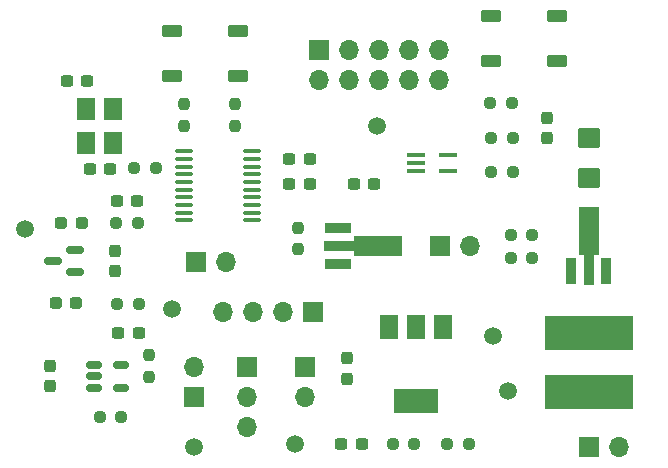
<source format=gts>
G04 #@! TF.GenerationSoftware,KiCad,Pcbnew,6.0.11+dfsg-1*
G04 #@! TF.CreationDate,2024-04-10T09:55:10+02:00*
G04 #@! TF.ProjectId,Nehari_Chauveliere_kicad_TMS,4e656861-7269-45f4-9368-617576656c69,rev?*
G04 #@! TF.SameCoordinates,Original*
G04 #@! TF.FileFunction,Soldermask,Top*
G04 #@! TF.FilePolarity,Negative*
%FSLAX46Y46*%
G04 Gerber Fmt 4.6, Leading zero omitted, Abs format (unit mm)*
G04 Created by KiCad (PCBNEW 6.0.11+dfsg-1) date 2024-04-10 09:55:10*
%MOMM*%
%LPD*%
G01*
G04 APERTURE LIST*
G04 Aperture macros list*
%AMRoundRect*
0 Rectangle with rounded corners*
0 $1 Rounding radius*
0 $2 $3 $4 $5 $6 $7 $8 $9 X,Y pos of 4 corners*
0 Add a 4 corners polygon primitive as box body*
4,1,4,$2,$3,$4,$5,$6,$7,$8,$9,$2,$3,0*
0 Add four circle primitives for the rounded corners*
1,1,$1+$1,$2,$3*
1,1,$1+$1,$4,$5*
1,1,$1+$1,$6,$7*
1,1,$1+$1,$8,$9*
0 Add four rect primitives between the rounded corners*
20,1,$1+$1,$2,$3,$4,$5,0*
20,1,$1+$1,$4,$5,$6,$7,0*
20,1,$1+$1,$6,$7,$8,$9,0*
20,1,$1+$1,$8,$9,$2,$3,0*%
%AMFreePoly0*
4,1,9,5.362500,-0.866500,1.237500,-0.866500,1.237500,-0.450000,-1.237500,-0.450000,-1.237500,0.450000,1.237500,0.450000,1.237500,0.866500,5.362500,0.866500,5.362500,-0.866500,5.362500,-0.866500,$1*%
G04 Aperture macros list end*
%ADD10C,1.500000*%
%ADD11RoundRect,0.237500X-0.237500X0.300000X-0.237500X-0.300000X0.237500X-0.300000X0.237500X0.300000X0*%
%ADD12RoundRect,0.237500X0.250000X0.237500X-0.250000X0.237500X-0.250000X-0.237500X0.250000X-0.237500X0*%
%ADD13RoundRect,0.237500X0.300000X0.237500X-0.300000X0.237500X-0.300000X-0.237500X0.300000X-0.237500X0*%
%ADD14RoundRect,0.101600X-0.762000X0.381000X-0.762000X-0.381000X0.762000X-0.381000X0.762000X0.381000X0*%
%ADD15R,1.500000X2.000000*%
%ADD16R,3.800000X2.000000*%
%ADD17R,1.700000X1.700000*%
%ADD18O,1.700000X1.700000*%
%ADD19RoundRect,0.237500X-0.250000X-0.237500X0.250000X-0.237500X0.250000X0.237500X-0.250000X0.237500X0*%
%ADD20R,7.500000X3.000000*%
%ADD21RoundRect,0.237500X0.237500X-0.250000X0.237500X0.250000X-0.237500X0.250000X-0.237500X-0.250000X0*%
%ADD22R,1.500000X1.950000*%
%ADD23R,0.900000X2.300000*%
%ADD24FreePoly0,90.000000*%
%ADD25RoundRect,0.237500X-0.300000X-0.237500X0.300000X-0.237500X0.300000X0.237500X-0.300000X0.237500X0*%
%ADD26RoundRect,0.237500X-0.237500X0.250000X-0.237500X-0.250000X0.237500X-0.250000X0.237500X0.250000X0*%
%ADD27RoundRect,0.050000X-0.840000X0.760000X-0.840000X-0.760000X0.840000X-0.760000X0.840000X0.760000X0*%
%ADD28RoundRect,0.237500X-0.287500X-0.237500X0.287500X-0.237500X0.287500X0.237500X-0.287500X0.237500X0*%
%ADD29RoundRect,0.150000X-0.512500X-0.150000X0.512500X-0.150000X0.512500X0.150000X-0.512500X0.150000X0*%
%ADD30RoundRect,0.100000X-0.637500X-0.100000X0.637500X-0.100000X0.637500X0.100000X-0.637500X0.100000X0*%
%ADD31RoundRect,0.150000X0.587500X0.150000X-0.587500X0.150000X-0.587500X-0.150000X0.587500X-0.150000X0*%
%ADD32R,2.300000X0.900000*%
%ADD33FreePoly0,0.000000*%
%ADD34R,1.500000X0.400000*%
%ADD35RoundRect,0.237500X0.237500X-0.300000X0.237500X0.300000X-0.237500X0.300000X-0.237500X-0.300000X0*%
G04 APERTURE END LIST*
D10*
X157988000Y-103378000D03*
X166497000Y-103124000D03*
X173482000Y-76200000D03*
X184531000Y-98679000D03*
X143637000Y-84963000D03*
X183261000Y-93980000D03*
X156083000Y-91694000D03*
D11*
X151257000Y-86794000D03*
X151257000Y-88519000D03*
D12*
X154709500Y-79756000D03*
X152884500Y-79756000D03*
D13*
X167767000Y-81153000D03*
X166042000Y-81153000D03*
D14*
X161696400Y-71983600D03*
X156108400Y-71983600D03*
X161696400Y-68173600D03*
X156108400Y-68173600D03*
D15*
X179084000Y-93218000D03*
D16*
X176784000Y-99518000D03*
D15*
X176784000Y-93218000D03*
X174484000Y-93218000D03*
D11*
X170942000Y-95885000D03*
X170942000Y-97610000D03*
D17*
X168021000Y-91948000D03*
D18*
X165481000Y-91948000D03*
X162941000Y-91948000D03*
X160401000Y-91948000D03*
D19*
X183134000Y-77216000D03*
X184959000Y-77216000D03*
D20*
X191389000Y-93726000D03*
X191389000Y-98726000D03*
D21*
X161417000Y-76200000D03*
X161417000Y-74375000D03*
D12*
X186610000Y-85471000D03*
X184785000Y-85471000D03*
D13*
X153289000Y-93726000D03*
X151564000Y-93726000D03*
D17*
X191389000Y-103378000D03*
D18*
X193929000Y-103378000D03*
D22*
X148810500Y-74775000D03*
X148810500Y-77625000D03*
X151110500Y-77625000D03*
X151110500Y-74775000D03*
D23*
X189889000Y-88479500D03*
D24*
X191389000Y-88392000D03*
D23*
X192889000Y-88479500D03*
D25*
X147193000Y-72390000D03*
X148918000Y-72390000D03*
D26*
X166751000Y-84836000D03*
X166751000Y-86661000D03*
D25*
X149124500Y-79883000D03*
X150849500Y-79883000D03*
D12*
X151797500Y-100838000D03*
X149972500Y-100838000D03*
D27*
X191389000Y-77245000D03*
X191389000Y-80645000D03*
D19*
X174805500Y-103124000D03*
X176630500Y-103124000D03*
D17*
X157988000Y-99192000D03*
D18*
X157988000Y-96652000D03*
D14*
X188722000Y-70739000D03*
X183134000Y-70739000D03*
X188722000Y-66929000D03*
X183134000Y-66929000D03*
D13*
X167767000Y-78994000D03*
X166042000Y-78994000D03*
X153135500Y-82550000D03*
X151410500Y-82550000D03*
D19*
X184785000Y-87376000D03*
X186610000Y-87376000D03*
D17*
X158115000Y-87757000D03*
D18*
X160655000Y-87757000D03*
D28*
X146265018Y-91240060D03*
X148015018Y-91240060D03*
D13*
X172159000Y-103124000D03*
X170434000Y-103124000D03*
D12*
X153225421Y-84438869D03*
X151400421Y-84438869D03*
D26*
X154178000Y-95613000D03*
X154178000Y-97438000D03*
D29*
X149490000Y-96459000D03*
X149490000Y-97409000D03*
X149490000Y-98359000D03*
X151765000Y-98359000D03*
X151765000Y-96459000D03*
D17*
X168529000Y-69773800D03*
D18*
X168529000Y-72313800D03*
X171069000Y-69773800D03*
X171069000Y-72313800D03*
X173609000Y-69773800D03*
X173609000Y-72313800D03*
X176149000Y-69773800D03*
X176149000Y-72313800D03*
X178689000Y-69773800D03*
X178689000Y-72313800D03*
D17*
X167386000Y-96647000D03*
D18*
X167386000Y-99187000D03*
D30*
X157157500Y-78355000D03*
X157157500Y-79005000D03*
X157157500Y-79655000D03*
X157157500Y-80305000D03*
X157157500Y-80955000D03*
X157157500Y-81605000D03*
X157157500Y-82255000D03*
X157157500Y-82905000D03*
X157157500Y-83555000D03*
X157157500Y-84205000D03*
X162882500Y-84205000D03*
X162882500Y-83555000D03*
X162882500Y-82905000D03*
X162882500Y-82255000D03*
X162882500Y-81605000D03*
X162882500Y-80955000D03*
X162882500Y-80305000D03*
X162882500Y-79655000D03*
X162882500Y-79005000D03*
X162882500Y-78355000D03*
D25*
X171503000Y-81153000D03*
X173228000Y-81153000D03*
D31*
X147925000Y-88580000D03*
X147925000Y-86680000D03*
X146050000Y-87630000D03*
D19*
X183134000Y-80137000D03*
X184959000Y-80137000D03*
D17*
X178816000Y-86360000D03*
D18*
X181356000Y-86360000D03*
D12*
X183050500Y-74295000D03*
X184875500Y-74295000D03*
D28*
X146713000Y-84455000D03*
X148463000Y-84455000D03*
D21*
X157099000Y-76200000D03*
X157099000Y-74375000D03*
D32*
X170189000Y-84860000D03*
D33*
X170276500Y-86360000D03*
D32*
X170189000Y-87860000D03*
D11*
X145796000Y-96520000D03*
X145796000Y-98245000D03*
D12*
X153289000Y-91252000D03*
X151464000Y-91252000D03*
D34*
X176784000Y-78710000D03*
X176784000Y-79360000D03*
X176784000Y-80010000D03*
X179444000Y-80010000D03*
X179444000Y-78710000D03*
D18*
X162433000Y-101727000D03*
X162433000Y-99187000D03*
D17*
X162433000Y-96647000D03*
D19*
X179424500Y-103124000D03*
X181249500Y-103124000D03*
D35*
X187849892Y-75515361D03*
X187849892Y-77240361D03*
M02*

</source>
